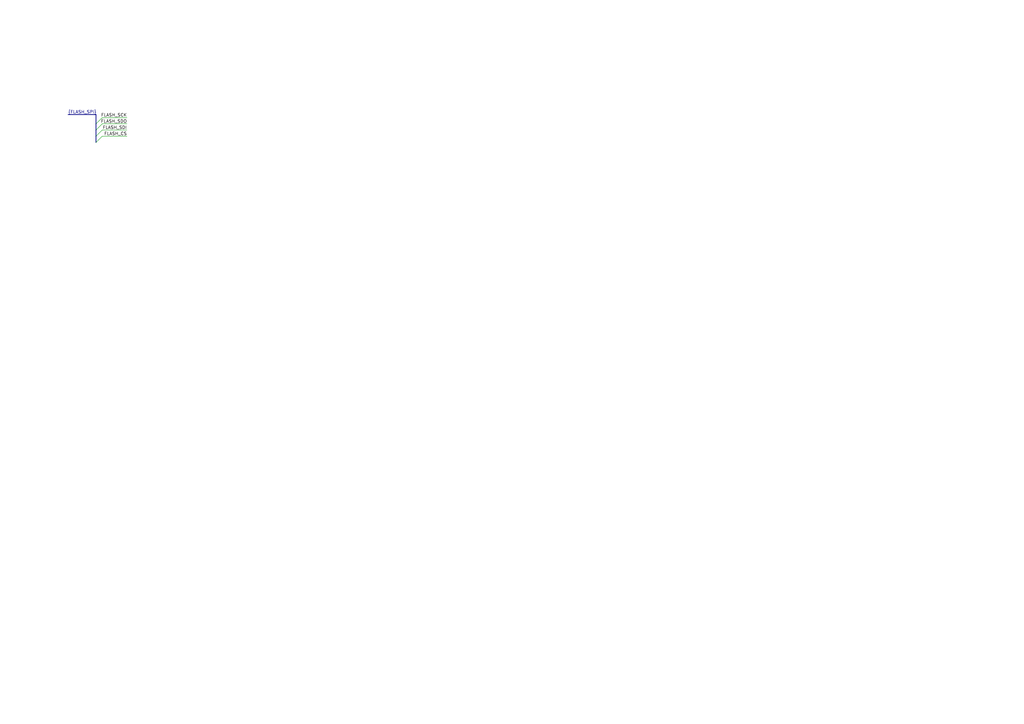
<source format=kicad_sch>
(kicad_sch (version 20230121) (generator eeschema)

  (uuid 442356ad-86e9-4517-85e5-9989213097fc)

  (paper "A3")
  (lib_symbols)

  (bus_entry (at 39.37 55.88) (size 2.54 -2.54)
    (stroke (width 0) (type default))
    (uuid 018f9d0d-1654-408a-9251-d3111e545e64)
  )
  (bus_entry (at 39.37 53.34) (size 2.54 -2.54)
    (stroke (width 0) (type default))
    (uuid 16030a50-ca46-4191-9035-419439d91926)
  )
  (bus_entry (at 39.37 58.42) (size 2.54 -2.54)
    (stroke (width 0) (type default))
    (uuid 24bbc1bb-e6c0-4027-9b6c-220997c7d54c)
  )
  (bus_entry (at 39.37 50.8) (size 2.54 -2.54)
    (stroke (width 0) (type default))
    (uuid e16e71ce-f5f9-4a74-8b41-821fd2463405)
  )

  (bus_alias "TPS_SPI" (members "TPS_SCK" "TPS_SDO" "TPS_SDI" "TPS_CS"))

  (bus (pts (xy 39.37 46.99) (xy 39.37 50.8))
    (stroke (width 0) (type default))
    (uuid 25ce4b91-7aa5-4cec-b018-b52a98bce044)
  )
  (wire (pts (xy 41.91 53.34) (xy 52.07 53.34))
    (stroke (width 0) (type default))
    (uuid 5b4cee08-5cc8-49b0-a186-199567a894c8)
  )
  (wire (pts (xy 41.91 48.26) (xy 52.07 48.26))
    (stroke (width 0) (type default))
    (uuid 687fd1d0-1d39-4e9f-80c6-88171705823a)
  )
  (bus (pts (xy 39.37 55.88) (xy 39.37 58.42))
    (stroke (width 0) (type default))
    (uuid a82b6f4a-b343-421b-a09c-e4f1f6c180d3)
  )
  (bus (pts (xy 39.37 50.8) (xy 39.37 53.34))
    (stroke (width 0) (type default))
    (uuid b9dd682b-69e3-4add-8ae5-be6f4a04f3ac)
  )
  (bus (pts (xy 39.37 53.34) (xy 39.37 55.88))
    (stroke (width 0) (type default))
    (uuid cb929fdc-ea7e-4290-ac6b-1ee9cc8885f8)
  )
  (wire (pts (xy 41.91 50.8) (xy 52.07 50.8))
    (stroke (width 0) (type default))
    (uuid ce71131b-e306-4543-9d55-86ed2cd677fa)
  )
  (bus (pts (xy 27.94 46.99) (xy 39.37 46.99))
    (stroke (width 0) (type default))
    (uuid e328ba10-79db-4d58-88c1-6b05a4760c6d)
  )
  (wire (pts (xy 41.91 55.88) (xy 52.07 55.88))
    (stroke (width 0) (type default))
    (uuid f1fc35ec-7eb8-4100-b4a9-f64ec4a8b4d1)
  )

  (label "FLASH_CS" (at 52.07 55.88 180) (fields_autoplaced)
    (effects (font (size 1.27 1.27)) (justify right bottom))
    (uuid 47ed8333-3e31-4f06-b367-128b982fb663)
  )
  (label "FLASH_SCK" (at 52.07 48.26 180) (fields_autoplaced)
    (effects (font (size 1.27 1.27)) (justify right bottom))
    (uuid 64f2e51a-4356-49b2-af47-fdf96e19c175)
  )
  (label "FLASH_SDO" (at 52.07 50.8 180) (fields_autoplaced)
    (effects (font (size 1.27 1.27)) (justify right bottom))
    (uuid 7e935f45-9231-4d20-b657-a0c38f13d27b)
  )
  (label "FLASH_SDI" (at 52.07 53.34 180) (fields_autoplaced)
    (effects (font (size 1.27 1.27)) (justify right bottom))
    (uuid 85d9f32f-1486-4a17-8f3b-a609861eee6c)
  )
  (label "{FLASH_SPI}" (at 27.94 46.99 0) (fields_autoplaced)
    (effects (font (size 1.27 1.27)) (justify left bottom))
    (uuid 9e3efc72-20df-4eaf-abe1-0396646cb010)
  )
)

</source>
